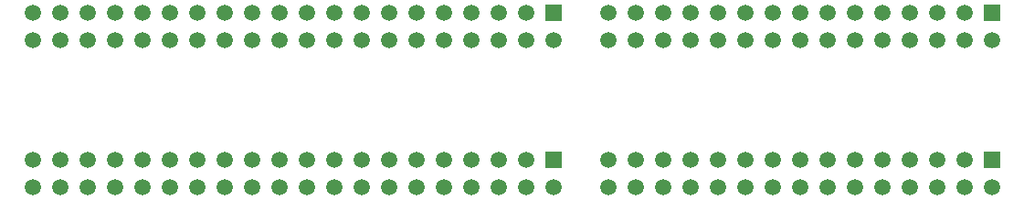
<source format=gbr>
G04 DipTrace 4.3.0.5*
G04 TopPaste.gbr*
%MOMM*%
G04 #@! TF.FileFunction,Paste,Top*
G04 #@! TF.Part,Single*
%ADD22C,1.5*%
%ADD24R,1.5X1.5*%
%FSLAX35Y35*%
G04*
G71*
G90*
G75*
G01*
G04 TopPaste*
%LPD*%
D24*
X4445000Y254000D3*
D22*
Y0D3*
X4191000Y254000D3*
Y0D3*
X3937000Y254000D3*
Y0D3*
X3683000Y254000D3*
Y0D3*
X3429000Y254000D3*
Y0D3*
X3175000Y254000D3*
Y0D3*
X2921000Y254000D3*
Y0D3*
X2667000Y254000D3*
Y0D3*
X2413000Y254000D3*
Y0D3*
X2159000Y254000D3*
Y0D3*
X1905000Y254000D3*
Y0D3*
X1651000Y254000D3*
Y0D3*
X1397000Y254000D3*
Y0D3*
X1143000Y254000D3*
Y0D3*
X889000Y254000D3*
Y0D3*
D24*
X381000Y254000D3*
D22*
Y0D3*
X127000Y254000D3*
Y0D3*
X-127000Y254000D3*
Y0D3*
X-381000Y254000D3*
Y0D3*
X-635000Y254000D3*
Y0D3*
X-889000Y254000D3*
Y0D3*
X-1143000Y254000D3*
Y0D3*
X-1397000Y254000D3*
Y0D3*
X-1651000Y254000D3*
Y0D3*
X-1905000Y254000D3*
Y0D3*
X-2159000Y254000D3*
Y0D3*
X-2413000Y254000D3*
Y0D3*
X-2667000Y254000D3*
Y0D3*
X-2921000Y254000D3*
Y0D3*
X-3175000Y254000D3*
Y0D3*
X-3429000Y254000D3*
Y0D3*
X-3683000Y254000D3*
Y0D3*
X-3937000Y254000D3*
Y0D3*
X-4191000Y254000D3*
Y0D3*
X-4445000Y254000D3*
Y0D3*
D24*
X4445000Y1619250D3*
D22*
Y1365250D3*
X4191000Y1619250D3*
Y1365250D3*
X3937000Y1619250D3*
Y1365250D3*
X3683000Y1619250D3*
Y1365250D3*
X3429000Y1619250D3*
Y1365250D3*
X3175000Y1619250D3*
Y1365250D3*
X2921000Y1619250D3*
Y1365250D3*
X2667000Y1619250D3*
Y1365250D3*
X2413000Y1619250D3*
Y1365250D3*
X2159000Y1619250D3*
Y1365250D3*
X1905000Y1619250D3*
Y1365250D3*
X1651000Y1619250D3*
Y1365250D3*
X1397000Y1619250D3*
Y1365250D3*
X1143000Y1619250D3*
Y1365250D3*
X889000Y1619250D3*
Y1365250D3*
D24*
X381000Y1619250D3*
D22*
Y1365250D3*
X127000Y1619250D3*
Y1365250D3*
X-127000Y1619250D3*
Y1365250D3*
X-381000Y1619250D3*
Y1365250D3*
X-635000Y1619250D3*
Y1365250D3*
X-889000Y1619250D3*
Y1365250D3*
X-1143000Y1619250D3*
Y1365250D3*
X-1397000Y1619250D3*
Y1365250D3*
X-1651000Y1619250D3*
Y1365250D3*
X-1905000Y1619250D3*
Y1365250D3*
X-2159000Y1619250D3*
Y1365250D3*
X-2413000Y1619250D3*
Y1365250D3*
X-2667000Y1619250D3*
Y1365250D3*
X-2921000Y1619250D3*
Y1365250D3*
X-3175000Y1619250D3*
Y1365250D3*
X-3429000Y1619250D3*
Y1365250D3*
X-3683000Y1619250D3*
Y1365250D3*
X-3937000Y1619250D3*
Y1365250D3*
X-4191000Y1619250D3*
Y1365250D3*
X-4445000Y1619250D3*
Y1365250D3*
M02*

</source>
